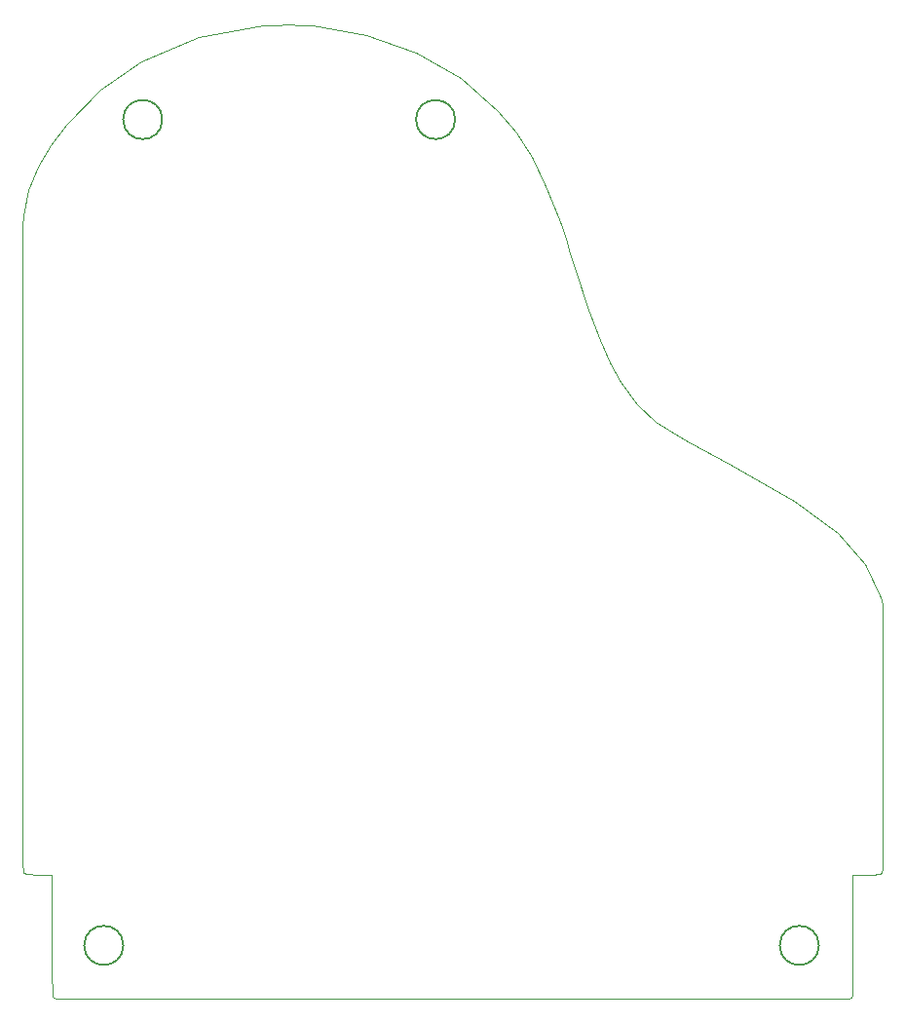
<source format=gm1>
G04 #@! TF.FileFunction,Profile,NP*
%FSLAX46Y46*%
G04 Gerber Fmt 4.6, Leading zero omitted, Abs format (unit mm)*
G04 Created by KiCad (PCBNEW 4.0.7-e1-6374~58~ubuntu16.04.1) date Sat Aug 19 03:02:01 2017*
%MOMM*%
%LPD*%
G01*
G04 APERTURE LIST*
%ADD10C,0.100000*%
%ADD11C,0.150000*%
G04 APERTURE END LIST*
D10*
D11*
X125231000Y-65861400D02*
G75*
G03X125231000Y-65861400I-1700000J0D01*
G01*
D10*
X116003020Y-142219142D02*
X115767380Y-142188825D01*
X116827090Y-142242569D02*
X116003020Y-142219142D01*
X118530330Y-142260483D02*
X116827090Y-142242569D01*
X121403570Y-142274263D02*
X118530330Y-142260483D01*
X125740200Y-142282532D02*
X121403570Y-142274263D01*
X131832600Y-142286666D02*
X125740200Y-142282532D01*
X139969900Y-142289422D02*
X131832600Y-142286666D01*
X150448400Y-142290800D02*
X139969900Y-142289422D01*
X160925600Y-142289422D02*
X150448400Y-142290800D01*
X169063100Y-142286666D02*
X160925600Y-142289422D01*
X175155200Y-142282532D02*
X169063100Y-142286666D01*
X179491900Y-142274263D02*
X175155200Y-142282532D01*
X182366700Y-142260483D02*
X179491900Y-142274263D01*
X184069900Y-142242569D02*
X182366700Y-142260483D01*
X184894000Y-142219142D02*
X184069900Y-142242569D01*
X185131100Y-142188825D02*
X184894000Y-142219142D01*
X185166700Y-142124057D02*
X185131100Y-142188825D01*
X185194200Y-141972473D02*
X185166700Y-142124057D01*
X185215000Y-141687218D02*
X185194200Y-141972473D01*
X185230200Y-141228330D02*
X185215000Y-141687218D01*
X185241100Y-140551710D02*
X185230200Y-141228330D01*
X185246800Y-139614650D02*
X185241100Y-140551710D01*
X185249600Y-138373030D02*
X185246800Y-139614650D01*
X185250700Y-136785530D02*
X185249600Y-138373030D01*
X185250700Y-131481500D02*
X185250700Y-136785530D01*
X186426100Y-131481500D02*
X185250700Y-131481500D01*
X187054800Y-131477300D02*
X186426100Y-131481500D01*
X187426600Y-131460800D02*
X187054800Y-131477300D01*
X187625200Y-131425000D02*
X187426600Y-131460800D01*
X187730000Y-131362900D02*
X187625200Y-131425000D01*
X187768400Y-131269200D02*
X187730000Y-131362900D01*
X187798800Y-130999200D02*
X187768400Y-131269200D01*
X187821000Y-130446600D02*
X187798800Y-130999200D01*
X187834800Y-129499900D02*
X187821000Y-130446600D01*
X187841500Y-128050100D02*
X187834800Y-129499900D01*
X187844300Y-125990000D02*
X187841500Y-128050100D01*
X187840100Y-123211900D02*
X187844300Y-125990000D01*
X187834800Y-119604200D02*
X187840100Y-123211900D01*
X187811100Y-107966600D02*
X187834800Y-119604200D01*
X187640400Y-107342400D02*
X187811100Y-107966600D01*
X186343600Y-104495200D02*
X187640400Y-107342400D01*
X183929200Y-101795800D02*
X186343600Y-104495200D01*
X180149500Y-99028600D02*
X183929200Y-101795800D01*
X174761200Y-95977800D02*
X180149500Y-99028600D01*
X170697500Y-93761600D02*
X174761200Y-95977800D01*
X168124700Y-92117700D02*
X170697500Y-93761600D01*
X166515000Y-90614500D02*
X168124700Y-92117700D01*
X165043200Y-88625900D02*
X166515000Y-90614500D01*
X164130900Y-87003800D02*
X165043200Y-88625900D01*
X163257400Y-85033200D02*
X164130900Y-87003800D01*
X162288700Y-82384500D02*
X163257400Y-85033200D01*
X161092400Y-78724500D02*
X162288700Y-82384500D01*
X160689900Y-77467900D02*
X161092400Y-78724500D01*
X160298700Y-76260700D02*
X160689900Y-77467900D01*
X159961100Y-75239700D02*
X160298700Y-76260700D01*
X159724000Y-74542300D02*
X159961100Y-75239700D01*
X158583100Y-71633300D02*
X159724000Y-74542300D01*
X157349800Y-69144400D02*
X158583100Y-71633300D01*
X155981400Y-66998900D02*
X157349800Y-69144400D01*
X154432400Y-65116400D02*
X155981400Y-66998900D01*
X151158200Y-62251500D02*
X154432400Y-65116400D01*
X147302400Y-60022000D02*
X151158200Y-62251500D01*
X142985000Y-58482800D02*
X147302400Y-60022000D01*
X138323100Y-57689000D02*
X142985000Y-58482800D01*
X137365400Y-57639300D02*
X138323100Y-57689000D01*
X136172000Y-57622700D02*
X137365400Y-57639300D01*
X134975800Y-57639300D02*
X136172000Y-57622700D01*
X134012600Y-57687600D02*
X134975800Y-57639300D01*
X128431500Y-58729400D02*
X134012600Y-57687600D01*
X123389300Y-60851300D02*
X128431500Y-58729400D01*
X119813320Y-63307000D02*
X123389300Y-60851300D01*
X116915280Y-66296100D02*
X119813320Y-63307000D01*
X115542760Y-68112200D02*
X116915280Y-66296100D01*
X114393480Y-69960400D02*
X115542760Y-68112200D01*
X113563897Y-71948700D02*
X114393480Y-69960400D01*
X113153241Y-74186700D02*
X113563897Y-71948700D01*
X113089851Y-75089500D02*
X113153241Y-74186700D01*
X113065046Y-103183600D02*
X113089851Y-75089500D01*
X113058156Y-111732800D02*
X113065046Y-103183600D01*
X113054022Y-118363900D02*
X113058156Y-111732800D01*
X113056778Y-123318000D02*
X113054022Y-118363900D01*
X113063668Y-126836100D02*
X113056778Y-123318000D01*
X113076071Y-129159500D02*
X113063668Y-126836100D01*
X113096741Y-130530600D02*
X113076071Y-129159500D01*
X113125680Y-131189300D02*
X113096741Y-130530600D01*
X113162887Y-131379500D02*
X113125680Y-131189300D01*
X113485348Y-131460800D02*
X113162887Y-131379500D01*
X114465130Y-131481500D02*
X113485348Y-131460800D01*
X115646110Y-131481500D02*
X114465130Y-131481500D01*
X115646110Y-136785530D02*
X115646110Y-131481500D01*
X115646110Y-138373030D02*
X115646110Y-136785530D01*
X115648870Y-139614650D02*
X115646110Y-138373030D01*
X115655760Y-140551710D02*
X115648870Y-139614650D01*
X115665410Y-141228330D02*
X115655760Y-140551710D01*
X115680560Y-141687218D02*
X115665410Y-141228330D01*
X115702610Y-141972473D02*
X115680560Y-141687218D01*
X115730170Y-142124057D02*
X115702610Y-141972473D01*
X115767380Y-142188825D02*
X115730170Y-142124057D01*
D11*
X150687000Y-65861400D02*
G75*
G03X150687000Y-65861400I-1700000J0D01*
G01*
X121849200Y-137627000D02*
G75*
G03X121849200Y-137627000I-1700000J0D01*
G01*
X182303200Y-137627000D02*
G75*
G03X182303200Y-137627000I-1700000J0D01*
G01*
M02*

</source>
